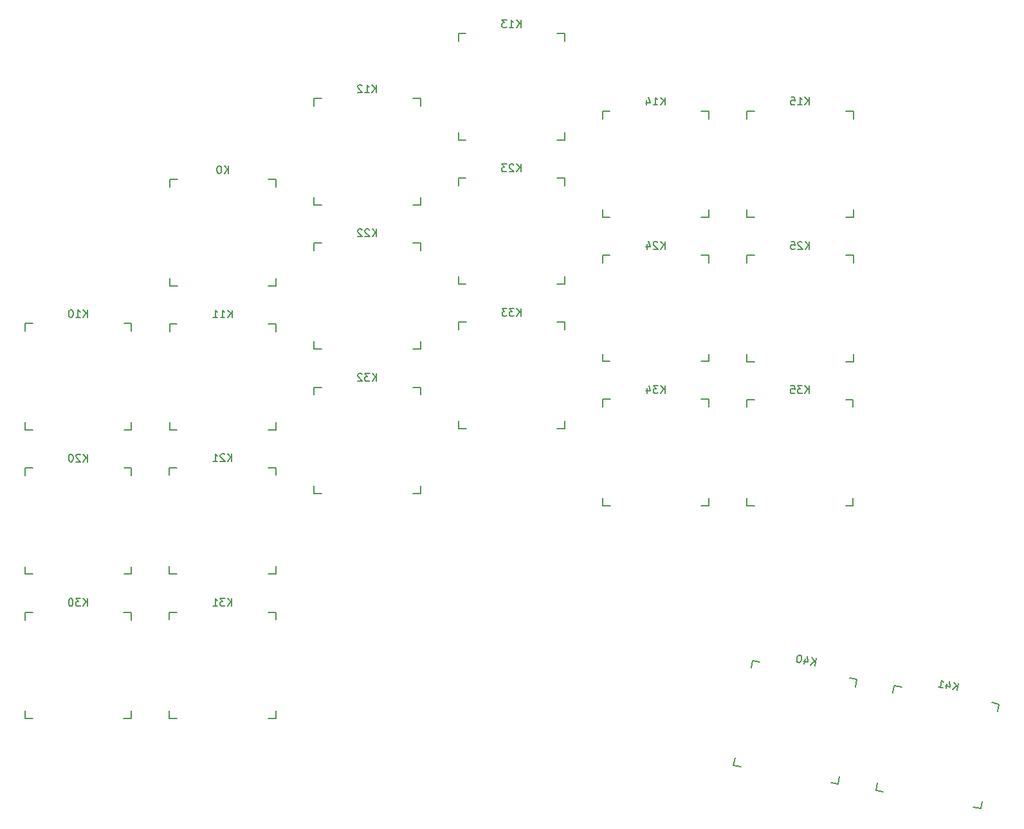
<source format=gbr>
%TF.GenerationSoftware,KiCad,Pcbnew,5.1.10*%
%TF.CreationDate,2021-10-18T20:14:54+02:00*%
%TF.ProjectId,pinkytyl_v2,70696e6b-7974-4796-9c5f-76322e6b6963,rev?*%
%TF.SameCoordinates,Original*%
%TF.FileFunction,Legend,Bot*%
%TF.FilePolarity,Positive*%
%FSLAX46Y46*%
G04 Gerber Fmt 4.6, Leading zero omitted, Abs format (unit mm)*
G04 Created by KiCad (PCBNEW 5.1.10) date 2021-10-18 20:14:54*
%MOMM*%
%LPD*%
G01*
G04 APERTURE LIST*
%ADD10C,0.150000*%
G04 APERTURE END LIST*
D10*
%TO.C,K35*%
X167580000Y-87350000D02*
X167580000Y-86350000D01*
X167580000Y-86350000D02*
X168580000Y-86350000D01*
X168580000Y-100350000D02*
X167580000Y-100350000D01*
X167580000Y-100350000D02*
X167580000Y-99350000D01*
X181580000Y-99350000D02*
X181580000Y-100350000D01*
X181580000Y-100350000D02*
X180580000Y-100350000D01*
X180580000Y-86350000D02*
X181580000Y-86350000D01*
X181580000Y-86350000D02*
X181580000Y-87350000D01*
%TO.C,K33*%
X129620000Y-77170000D02*
X129620000Y-76170000D01*
X129620000Y-76170000D02*
X130620000Y-76170000D01*
X130620000Y-90170000D02*
X129620000Y-90170000D01*
X129620000Y-90170000D02*
X129620000Y-89170000D01*
X143620000Y-89170000D02*
X143620000Y-90170000D01*
X143620000Y-90170000D02*
X142620000Y-90170000D01*
X142620000Y-76170000D02*
X143620000Y-76170000D01*
X143620000Y-76170000D02*
X143620000Y-77170000D01*
%TO.C,K21*%
X91580000Y-96320000D02*
X91580000Y-95320000D01*
X91580000Y-95320000D02*
X92580000Y-95320000D01*
X92580000Y-109320000D02*
X91580000Y-109320000D01*
X91580000Y-109320000D02*
X91580000Y-108320000D01*
X105580000Y-108320000D02*
X105580000Y-109320000D01*
X105580000Y-109320000D02*
X104580000Y-109320000D01*
X104580000Y-95320000D02*
X105580000Y-95320000D01*
X105580000Y-95320000D02*
X105580000Y-96320000D01*
%TO.C,K20*%
X72580000Y-96360000D02*
X72580000Y-95360000D01*
X72580000Y-95360000D02*
X73580000Y-95360000D01*
X73580000Y-109360000D02*
X72580000Y-109360000D01*
X72580000Y-109360000D02*
X72580000Y-108360000D01*
X86580000Y-108360000D02*
X86580000Y-109360000D01*
X86580000Y-109360000D02*
X85580000Y-109360000D01*
X85580000Y-95360000D02*
X86580000Y-95360000D01*
X86580000Y-95360000D02*
X86580000Y-96360000D01*
%TO.C,K30*%
X72560000Y-115380000D02*
X72560000Y-114380000D01*
X72560000Y-114380000D02*
X73560000Y-114380000D01*
X73560000Y-128380000D02*
X72560000Y-128380000D01*
X72560000Y-128380000D02*
X72560000Y-127380000D01*
X86560000Y-127380000D02*
X86560000Y-128380000D01*
X86560000Y-128380000D02*
X85560000Y-128380000D01*
X85560000Y-114380000D02*
X86560000Y-114380000D01*
X86560000Y-114380000D02*
X86560000Y-115380000D01*
%TO.C,K31*%
X91580000Y-115370000D02*
X91580000Y-114370000D01*
X91580000Y-114370000D02*
X92580000Y-114370000D01*
X92580000Y-128370000D02*
X91580000Y-128370000D01*
X91580000Y-128370000D02*
X91580000Y-127370000D01*
X105580000Y-127370000D02*
X105580000Y-128370000D01*
X105580000Y-128370000D02*
X104580000Y-128370000D01*
X104580000Y-114370000D02*
X105580000Y-114370000D01*
X105580000Y-114370000D02*
X105580000Y-115370000D01*
%TO.C,K41*%
X186828235Y-125025616D02*
X187001883Y-124040808D01*
X187001883Y-124040808D02*
X187986691Y-124214457D01*
X185555616Y-138001765D02*
X184570808Y-137828117D01*
X184570808Y-137828117D02*
X184744457Y-136843309D01*
X198531765Y-139274384D02*
X198358117Y-140259192D01*
X198358117Y-140259192D02*
X197373309Y-140085543D01*
X199804384Y-126298235D02*
X200789192Y-126471883D01*
X200789192Y-126471883D02*
X200615543Y-127456691D01*
%TO.C,K40*%
X168133139Y-121725233D02*
X168310224Y-120741038D01*
X168310224Y-120741038D02*
X169294420Y-120918122D01*
X166815233Y-134696861D02*
X165831038Y-134519776D01*
X165831038Y-134519776D02*
X166008122Y-133535580D01*
X179786861Y-136014767D02*
X179609776Y-136998962D01*
X179609776Y-136998962D02*
X178625580Y-136821878D01*
X181104767Y-123043139D02*
X182088962Y-123220224D01*
X182088962Y-123220224D02*
X181911878Y-124204420D01*
%TO.C,K34*%
X148590000Y-87330000D02*
X148590000Y-86330000D01*
X148590000Y-86330000D02*
X149590000Y-86330000D01*
X149590000Y-100330000D02*
X148590000Y-100330000D01*
X148590000Y-100330000D02*
X148590000Y-99330000D01*
X162590000Y-99330000D02*
X162590000Y-100330000D01*
X162590000Y-100330000D02*
X161590000Y-100330000D01*
X161590000Y-86330000D02*
X162590000Y-86330000D01*
X162590000Y-86330000D02*
X162590000Y-87330000D01*
%TO.C,K32*%
X110620000Y-85740000D02*
X110620000Y-84740000D01*
X110620000Y-84740000D02*
X111620000Y-84740000D01*
X111620000Y-98740000D02*
X110620000Y-98740000D01*
X110620000Y-98740000D02*
X110620000Y-97740000D01*
X124620000Y-97740000D02*
X124620000Y-98740000D01*
X124620000Y-98740000D02*
X123620000Y-98740000D01*
X123620000Y-84740000D02*
X124620000Y-84740000D01*
X124620000Y-84740000D02*
X124620000Y-85740000D01*
%TO.C,K25*%
X167600000Y-68360000D02*
X167600000Y-67360000D01*
X167600000Y-67360000D02*
X168600000Y-67360000D01*
X168600000Y-81360000D02*
X167600000Y-81360000D01*
X167600000Y-81360000D02*
X167600000Y-80360000D01*
X181600000Y-80360000D02*
X181600000Y-81360000D01*
X181600000Y-81360000D02*
X180600000Y-81360000D01*
X180600000Y-67360000D02*
X181600000Y-67360000D01*
X181600000Y-67360000D02*
X181600000Y-68360000D01*
%TO.C,K24*%
X148580000Y-68330000D02*
X148580000Y-67330000D01*
X148580000Y-67330000D02*
X149580000Y-67330000D01*
X149580000Y-81330000D02*
X148580000Y-81330000D01*
X148580000Y-81330000D02*
X148580000Y-80330000D01*
X162580000Y-80330000D02*
X162580000Y-81330000D01*
X162580000Y-81330000D02*
X161580000Y-81330000D01*
X161580000Y-67330000D02*
X162580000Y-67330000D01*
X162580000Y-67330000D02*
X162580000Y-68330000D01*
%TO.C,K23*%
X129600000Y-58150000D02*
X129600000Y-57150000D01*
X129600000Y-57150000D02*
X130600000Y-57150000D01*
X130600000Y-71150000D02*
X129600000Y-71150000D01*
X129600000Y-71150000D02*
X129600000Y-70150000D01*
X143600000Y-70150000D02*
X143600000Y-71150000D01*
X143600000Y-71150000D02*
X142600000Y-71150000D01*
X142600000Y-57150000D02*
X143600000Y-57150000D01*
X143600000Y-57150000D02*
X143600000Y-58150000D01*
%TO.C,K22*%
X110620000Y-66700000D02*
X110620000Y-65700000D01*
X110620000Y-65700000D02*
X111620000Y-65700000D01*
X111620000Y-79700000D02*
X110620000Y-79700000D01*
X110620000Y-79700000D02*
X110620000Y-78700000D01*
X124620000Y-78700000D02*
X124620000Y-79700000D01*
X124620000Y-79700000D02*
X123620000Y-79700000D01*
X123620000Y-65700000D02*
X124620000Y-65700000D01*
X124620000Y-65700000D02*
X124620000Y-66700000D01*
%TO.C,K15*%
X167590000Y-49340000D02*
X167590000Y-48340000D01*
X167590000Y-48340000D02*
X168590000Y-48340000D01*
X168590000Y-62340000D02*
X167590000Y-62340000D01*
X167590000Y-62340000D02*
X167590000Y-61340000D01*
X181590000Y-61340000D02*
X181590000Y-62340000D01*
X181590000Y-62340000D02*
X180590000Y-62340000D01*
X180590000Y-48340000D02*
X181590000Y-48340000D01*
X181590000Y-48340000D02*
X181590000Y-49340000D01*
%TO.C,K14*%
X148570000Y-49360000D02*
X148570000Y-48360000D01*
X148570000Y-48360000D02*
X149570000Y-48360000D01*
X149570000Y-62360000D02*
X148570000Y-62360000D01*
X148570000Y-62360000D02*
X148570000Y-61360000D01*
X162570000Y-61360000D02*
X162570000Y-62360000D01*
X162570000Y-62360000D02*
X161570000Y-62360000D01*
X161570000Y-48360000D02*
X162570000Y-48360000D01*
X162570000Y-48360000D02*
X162570000Y-49360000D01*
%TO.C,K13*%
X129600000Y-39140000D02*
X129600000Y-38140000D01*
X129600000Y-38140000D02*
X130600000Y-38140000D01*
X130600000Y-52140000D02*
X129600000Y-52140000D01*
X129600000Y-52140000D02*
X129600000Y-51140000D01*
X143600000Y-51140000D02*
X143600000Y-52140000D01*
X143600000Y-52140000D02*
X142600000Y-52140000D01*
X142600000Y-38140000D02*
X143600000Y-38140000D01*
X143600000Y-38140000D02*
X143600000Y-39140000D01*
%TO.C,K12*%
X110610000Y-47690000D02*
X110610000Y-46690000D01*
X110610000Y-46690000D02*
X111610000Y-46690000D01*
X111610000Y-60690000D02*
X110610000Y-60690000D01*
X110610000Y-60690000D02*
X110610000Y-59690000D01*
X124610000Y-59690000D02*
X124610000Y-60690000D01*
X124610000Y-60690000D02*
X123610000Y-60690000D01*
X123610000Y-46690000D02*
X124610000Y-46690000D01*
X124610000Y-46690000D02*
X124610000Y-47690000D01*
%TO.C,K11*%
X91600000Y-77380000D02*
X91600000Y-76380000D01*
X91600000Y-76380000D02*
X92600000Y-76380000D01*
X92600000Y-90380000D02*
X91600000Y-90380000D01*
X91600000Y-90380000D02*
X91600000Y-89380000D01*
X105600000Y-89380000D02*
X105600000Y-90380000D01*
X105600000Y-90380000D02*
X104600000Y-90380000D01*
X104600000Y-76380000D02*
X105600000Y-76380000D01*
X105600000Y-76380000D02*
X105600000Y-77380000D01*
%TO.C,K10*%
X72580000Y-77340000D02*
X72580000Y-76340000D01*
X72580000Y-76340000D02*
X73580000Y-76340000D01*
X73580000Y-90340000D02*
X72580000Y-90340000D01*
X72580000Y-90340000D02*
X72580000Y-89340000D01*
X86580000Y-89340000D02*
X86580000Y-90340000D01*
X86580000Y-90340000D02*
X85580000Y-90340000D01*
X85580000Y-76340000D02*
X86580000Y-76340000D01*
X86580000Y-76340000D02*
X86580000Y-77340000D01*
%TO.C,K0*%
X91620000Y-58370000D02*
X91620000Y-57370000D01*
X91620000Y-57370000D02*
X92620000Y-57370000D01*
X92620000Y-71370000D02*
X91620000Y-71370000D01*
X91620000Y-71370000D02*
X91620000Y-70370000D01*
X105620000Y-70370000D02*
X105620000Y-71370000D01*
X105620000Y-71370000D02*
X104620000Y-71370000D01*
X104620000Y-57370000D02*
X105620000Y-57370000D01*
X105620000Y-57370000D02*
X105620000Y-58370000D01*
%TO.C,K35*%
X175794285Y-85547380D02*
X175794285Y-84547380D01*
X175222857Y-85547380D02*
X175651428Y-84975952D01*
X175222857Y-84547380D02*
X175794285Y-85118809D01*
X174889523Y-84547380D02*
X174270476Y-84547380D01*
X174603809Y-84928333D01*
X174460952Y-84928333D01*
X174365714Y-84975952D01*
X174318095Y-85023571D01*
X174270476Y-85118809D01*
X174270476Y-85356904D01*
X174318095Y-85452142D01*
X174365714Y-85499761D01*
X174460952Y-85547380D01*
X174746666Y-85547380D01*
X174841904Y-85499761D01*
X174889523Y-85452142D01*
X173365714Y-84547380D02*
X173841904Y-84547380D01*
X173889523Y-85023571D01*
X173841904Y-84975952D01*
X173746666Y-84928333D01*
X173508571Y-84928333D01*
X173413333Y-84975952D01*
X173365714Y-85023571D01*
X173318095Y-85118809D01*
X173318095Y-85356904D01*
X173365714Y-85452142D01*
X173413333Y-85499761D01*
X173508571Y-85547380D01*
X173746666Y-85547380D01*
X173841904Y-85499761D01*
X173889523Y-85452142D01*
%TO.C,K33*%
X137834285Y-75367380D02*
X137834285Y-74367380D01*
X137262857Y-75367380D02*
X137691428Y-74795952D01*
X137262857Y-74367380D02*
X137834285Y-74938809D01*
X136929523Y-74367380D02*
X136310476Y-74367380D01*
X136643809Y-74748333D01*
X136500952Y-74748333D01*
X136405714Y-74795952D01*
X136358095Y-74843571D01*
X136310476Y-74938809D01*
X136310476Y-75176904D01*
X136358095Y-75272142D01*
X136405714Y-75319761D01*
X136500952Y-75367380D01*
X136786666Y-75367380D01*
X136881904Y-75319761D01*
X136929523Y-75272142D01*
X135977142Y-74367380D02*
X135358095Y-74367380D01*
X135691428Y-74748333D01*
X135548571Y-74748333D01*
X135453333Y-74795952D01*
X135405714Y-74843571D01*
X135358095Y-74938809D01*
X135358095Y-75176904D01*
X135405714Y-75272142D01*
X135453333Y-75319761D01*
X135548571Y-75367380D01*
X135834285Y-75367380D01*
X135929523Y-75319761D01*
X135977142Y-75272142D01*
%TO.C,K21*%
X99794285Y-94517380D02*
X99794285Y-93517380D01*
X99222857Y-94517380D02*
X99651428Y-93945952D01*
X99222857Y-93517380D02*
X99794285Y-94088809D01*
X98841904Y-93612619D02*
X98794285Y-93565000D01*
X98699047Y-93517380D01*
X98460952Y-93517380D01*
X98365714Y-93565000D01*
X98318095Y-93612619D01*
X98270476Y-93707857D01*
X98270476Y-93803095D01*
X98318095Y-93945952D01*
X98889523Y-94517380D01*
X98270476Y-94517380D01*
X97318095Y-94517380D02*
X97889523Y-94517380D01*
X97603809Y-94517380D02*
X97603809Y-93517380D01*
X97699047Y-93660238D01*
X97794285Y-93755476D01*
X97889523Y-93803095D01*
%TO.C,K20*%
X80794285Y-94557380D02*
X80794285Y-93557380D01*
X80222857Y-94557380D02*
X80651428Y-93985952D01*
X80222857Y-93557380D02*
X80794285Y-94128809D01*
X79841904Y-93652619D02*
X79794285Y-93605000D01*
X79699047Y-93557380D01*
X79460952Y-93557380D01*
X79365714Y-93605000D01*
X79318095Y-93652619D01*
X79270476Y-93747857D01*
X79270476Y-93843095D01*
X79318095Y-93985952D01*
X79889523Y-94557380D01*
X79270476Y-94557380D01*
X78651428Y-93557380D02*
X78556190Y-93557380D01*
X78460952Y-93605000D01*
X78413333Y-93652619D01*
X78365714Y-93747857D01*
X78318095Y-93938333D01*
X78318095Y-94176428D01*
X78365714Y-94366904D01*
X78413333Y-94462142D01*
X78460952Y-94509761D01*
X78556190Y-94557380D01*
X78651428Y-94557380D01*
X78746666Y-94509761D01*
X78794285Y-94462142D01*
X78841904Y-94366904D01*
X78889523Y-94176428D01*
X78889523Y-93938333D01*
X78841904Y-93747857D01*
X78794285Y-93652619D01*
X78746666Y-93605000D01*
X78651428Y-93557380D01*
%TO.C,K30*%
X80774285Y-113577380D02*
X80774285Y-112577380D01*
X80202857Y-113577380D02*
X80631428Y-113005952D01*
X80202857Y-112577380D02*
X80774285Y-113148809D01*
X79869523Y-112577380D02*
X79250476Y-112577380D01*
X79583809Y-112958333D01*
X79440952Y-112958333D01*
X79345714Y-113005952D01*
X79298095Y-113053571D01*
X79250476Y-113148809D01*
X79250476Y-113386904D01*
X79298095Y-113482142D01*
X79345714Y-113529761D01*
X79440952Y-113577380D01*
X79726666Y-113577380D01*
X79821904Y-113529761D01*
X79869523Y-113482142D01*
X78631428Y-112577380D02*
X78536190Y-112577380D01*
X78440952Y-112625000D01*
X78393333Y-112672619D01*
X78345714Y-112767857D01*
X78298095Y-112958333D01*
X78298095Y-113196428D01*
X78345714Y-113386904D01*
X78393333Y-113482142D01*
X78440952Y-113529761D01*
X78536190Y-113577380D01*
X78631428Y-113577380D01*
X78726666Y-113529761D01*
X78774285Y-113482142D01*
X78821904Y-113386904D01*
X78869523Y-113196428D01*
X78869523Y-112958333D01*
X78821904Y-112767857D01*
X78774285Y-112672619D01*
X78726666Y-112625000D01*
X78631428Y-112577380D01*
%TO.C,K31*%
X99794285Y-113567380D02*
X99794285Y-112567380D01*
X99222857Y-113567380D02*
X99651428Y-112995952D01*
X99222857Y-112567380D02*
X99794285Y-113138809D01*
X98889523Y-112567380D02*
X98270476Y-112567380D01*
X98603809Y-112948333D01*
X98460952Y-112948333D01*
X98365714Y-112995952D01*
X98318095Y-113043571D01*
X98270476Y-113138809D01*
X98270476Y-113376904D01*
X98318095Y-113472142D01*
X98365714Y-113519761D01*
X98460952Y-113567380D01*
X98746666Y-113567380D01*
X98841904Y-113519761D01*
X98889523Y-113472142D01*
X97318095Y-113567380D02*
X97889523Y-113567380D01*
X97603809Y-113567380D02*
X97603809Y-112567380D01*
X97699047Y-112710238D01*
X97794285Y-112805476D01*
X97889523Y-112853095D01*
%TO.C,K41*%
X195230748Y-124676778D02*
X195404397Y-123691971D01*
X194668001Y-124577551D02*
X195189289Y-124089224D01*
X194841649Y-123592743D02*
X195305169Y-124254718D01*
X193939646Y-123772171D02*
X193823880Y-124428709D01*
X194240275Y-123438351D02*
X194350719Y-124183130D01*
X193741076Y-124075633D01*
X192792177Y-124246792D02*
X193354924Y-124346020D01*
X193073550Y-124296406D02*
X193247199Y-123311598D01*
X193316183Y-123468823D01*
X193393436Y-123579152D01*
X193478958Y-123642586D01*
%TO.C,K40*%
X176536819Y-121405727D02*
X176713904Y-120421532D01*
X175974422Y-121304536D02*
X176497411Y-120818032D01*
X176151507Y-120320340D02*
X176612713Y-120983929D01*
X175248882Y-120496619D02*
X175130826Y-121152749D01*
X175550675Y-120163850D02*
X175658518Y-120909010D01*
X175049255Y-120799386D01*
X174604914Y-120042064D02*
X174511181Y-120025199D01*
X174409015Y-120055200D01*
X174353716Y-120093634D01*
X174289984Y-120178935D01*
X174209387Y-120357968D01*
X174167224Y-120592300D01*
X174180360Y-120788199D01*
X174210362Y-120890364D01*
X174248796Y-120945663D01*
X174334096Y-121009395D01*
X174427829Y-121026260D01*
X174529994Y-120996259D01*
X174585293Y-120957825D01*
X174649025Y-120872525D01*
X174729622Y-120693491D01*
X174771785Y-120459159D01*
X174758649Y-120263261D01*
X174728648Y-120161095D01*
X174690214Y-120105796D01*
X174604914Y-120042064D01*
%TO.C,K34*%
X156804285Y-85527380D02*
X156804285Y-84527380D01*
X156232857Y-85527380D02*
X156661428Y-84955952D01*
X156232857Y-84527380D02*
X156804285Y-85098809D01*
X155899523Y-84527380D02*
X155280476Y-84527380D01*
X155613809Y-84908333D01*
X155470952Y-84908333D01*
X155375714Y-84955952D01*
X155328095Y-85003571D01*
X155280476Y-85098809D01*
X155280476Y-85336904D01*
X155328095Y-85432142D01*
X155375714Y-85479761D01*
X155470952Y-85527380D01*
X155756666Y-85527380D01*
X155851904Y-85479761D01*
X155899523Y-85432142D01*
X154423333Y-84860714D02*
X154423333Y-85527380D01*
X154661428Y-84479761D02*
X154899523Y-85194047D01*
X154280476Y-85194047D01*
%TO.C,K32*%
X118834285Y-83937380D02*
X118834285Y-82937380D01*
X118262857Y-83937380D02*
X118691428Y-83365952D01*
X118262857Y-82937380D02*
X118834285Y-83508809D01*
X117929523Y-82937380D02*
X117310476Y-82937380D01*
X117643809Y-83318333D01*
X117500952Y-83318333D01*
X117405714Y-83365952D01*
X117358095Y-83413571D01*
X117310476Y-83508809D01*
X117310476Y-83746904D01*
X117358095Y-83842142D01*
X117405714Y-83889761D01*
X117500952Y-83937380D01*
X117786666Y-83937380D01*
X117881904Y-83889761D01*
X117929523Y-83842142D01*
X116929523Y-83032619D02*
X116881904Y-82985000D01*
X116786666Y-82937380D01*
X116548571Y-82937380D01*
X116453333Y-82985000D01*
X116405714Y-83032619D01*
X116358095Y-83127857D01*
X116358095Y-83223095D01*
X116405714Y-83365952D01*
X116977142Y-83937380D01*
X116358095Y-83937380D01*
%TO.C,K25*%
X175814285Y-66557380D02*
X175814285Y-65557380D01*
X175242857Y-66557380D02*
X175671428Y-65985952D01*
X175242857Y-65557380D02*
X175814285Y-66128809D01*
X174861904Y-65652619D02*
X174814285Y-65605000D01*
X174719047Y-65557380D01*
X174480952Y-65557380D01*
X174385714Y-65605000D01*
X174338095Y-65652619D01*
X174290476Y-65747857D01*
X174290476Y-65843095D01*
X174338095Y-65985952D01*
X174909523Y-66557380D01*
X174290476Y-66557380D01*
X173385714Y-65557380D02*
X173861904Y-65557380D01*
X173909523Y-66033571D01*
X173861904Y-65985952D01*
X173766666Y-65938333D01*
X173528571Y-65938333D01*
X173433333Y-65985952D01*
X173385714Y-66033571D01*
X173338095Y-66128809D01*
X173338095Y-66366904D01*
X173385714Y-66462142D01*
X173433333Y-66509761D01*
X173528571Y-66557380D01*
X173766666Y-66557380D01*
X173861904Y-66509761D01*
X173909523Y-66462142D01*
%TO.C,K24*%
X156794285Y-66527380D02*
X156794285Y-65527380D01*
X156222857Y-66527380D02*
X156651428Y-65955952D01*
X156222857Y-65527380D02*
X156794285Y-66098809D01*
X155841904Y-65622619D02*
X155794285Y-65575000D01*
X155699047Y-65527380D01*
X155460952Y-65527380D01*
X155365714Y-65575000D01*
X155318095Y-65622619D01*
X155270476Y-65717857D01*
X155270476Y-65813095D01*
X155318095Y-65955952D01*
X155889523Y-66527380D01*
X155270476Y-66527380D01*
X154413333Y-65860714D02*
X154413333Y-66527380D01*
X154651428Y-65479761D02*
X154889523Y-66194047D01*
X154270476Y-66194047D01*
%TO.C,K23*%
X137814285Y-56347380D02*
X137814285Y-55347380D01*
X137242857Y-56347380D02*
X137671428Y-55775952D01*
X137242857Y-55347380D02*
X137814285Y-55918809D01*
X136861904Y-55442619D02*
X136814285Y-55395000D01*
X136719047Y-55347380D01*
X136480952Y-55347380D01*
X136385714Y-55395000D01*
X136338095Y-55442619D01*
X136290476Y-55537857D01*
X136290476Y-55633095D01*
X136338095Y-55775952D01*
X136909523Y-56347380D01*
X136290476Y-56347380D01*
X135957142Y-55347380D02*
X135338095Y-55347380D01*
X135671428Y-55728333D01*
X135528571Y-55728333D01*
X135433333Y-55775952D01*
X135385714Y-55823571D01*
X135338095Y-55918809D01*
X135338095Y-56156904D01*
X135385714Y-56252142D01*
X135433333Y-56299761D01*
X135528571Y-56347380D01*
X135814285Y-56347380D01*
X135909523Y-56299761D01*
X135957142Y-56252142D01*
%TO.C,K22*%
X118834285Y-64897380D02*
X118834285Y-63897380D01*
X118262857Y-64897380D02*
X118691428Y-64325952D01*
X118262857Y-63897380D02*
X118834285Y-64468809D01*
X117881904Y-63992619D02*
X117834285Y-63945000D01*
X117739047Y-63897380D01*
X117500952Y-63897380D01*
X117405714Y-63945000D01*
X117358095Y-63992619D01*
X117310476Y-64087857D01*
X117310476Y-64183095D01*
X117358095Y-64325952D01*
X117929523Y-64897380D01*
X117310476Y-64897380D01*
X116929523Y-63992619D02*
X116881904Y-63945000D01*
X116786666Y-63897380D01*
X116548571Y-63897380D01*
X116453333Y-63945000D01*
X116405714Y-63992619D01*
X116358095Y-64087857D01*
X116358095Y-64183095D01*
X116405714Y-64325952D01*
X116977142Y-64897380D01*
X116358095Y-64897380D01*
%TO.C,K15*%
X175804285Y-47537380D02*
X175804285Y-46537380D01*
X175232857Y-47537380D02*
X175661428Y-46965952D01*
X175232857Y-46537380D02*
X175804285Y-47108809D01*
X174280476Y-47537380D02*
X174851904Y-47537380D01*
X174566190Y-47537380D02*
X174566190Y-46537380D01*
X174661428Y-46680238D01*
X174756666Y-46775476D01*
X174851904Y-46823095D01*
X173375714Y-46537380D02*
X173851904Y-46537380D01*
X173899523Y-47013571D01*
X173851904Y-46965952D01*
X173756666Y-46918333D01*
X173518571Y-46918333D01*
X173423333Y-46965952D01*
X173375714Y-47013571D01*
X173328095Y-47108809D01*
X173328095Y-47346904D01*
X173375714Y-47442142D01*
X173423333Y-47489761D01*
X173518571Y-47537380D01*
X173756666Y-47537380D01*
X173851904Y-47489761D01*
X173899523Y-47442142D01*
%TO.C,K14*%
X156784285Y-47557380D02*
X156784285Y-46557380D01*
X156212857Y-47557380D02*
X156641428Y-46985952D01*
X156212857Y-46557380D02*
X156784285Y-47128809D01*
X155260476Y-47557380D02*
X155831904Y-47557380D01*
X155546190Y-47557380D02*
X155546190Y-46557380D01*
X155641428Y-46700238D01*
X155736666Y-46795476D01*
X155831904Y-46843095D01*
X154403333Y-46890714D02*
X154403333Y-47557380D01*
X154641428Y-46509761D02*
X154879523Y-47224047D01*
X154260476Y-47224047D01*
%TO.C,K13*%
X137814285Y-37337380D02*
X137814285Y-36337380D01*
X137242857Y-37337380D02*
X137671428Y-36765952D01*
X137242857Y-36337380D02*
X137814285Y-36908809D01*
X136290476Y-37337380D02*
X136861904Y-37337380D01*
X136576190Y-37337380D02*
X136576190Y-36337380D01*
X136671428Y-36480238D01*
X136766666Y-36575476D01*
X136861904Y-36623095D01*
X135957142Y-36337380D02*
X135338095Y-36337380D01*
X135671428Y-36718333D01*
X135528571Y-36718333D01*
X135433333Y-36765952D01*
X135385714Y-36813571D01*
X135338095Y-36908809D01*
X135338095Y-37146904D01*
X135385714Y-37242142D01*
X135433333Y-37289761D01*
X135528571Y-37337380D01*
X135814285Y-37337380D01*
X135909523Y-37289761D01*
X135957142Y-37242142D01*
%TO.C,K12*%
X118824285Y-45887380D02*
X118824285Y-44887380D01*
X118252857Y-45887380D02*
X118681428Y-45315952D01*
X118252857Y-44887380D02*
X118824285Y-45458809D01*
X117300476Y-45887380D02*
X117871904Y-45887380D01*
X117586190Y-45887380D02*
X117586190Y-44887380D01*
X117681428Y-45030238D01*
X117776666Y-45125476D01*
X117871904Y-45173095D01*
X116919523Y-44982619D02*
X116871904Y-44935000D01*
X116776666Y-44887380D01*
X116538571Y-44887380D01*
X116443333Y-44935000D01*
X116395714Y-44982619D01*
X116348095Y-45077857D01*
X116348095Y-45173095D01*
X116395714Y-45315952D01*
X116967142Y-45887380D01*
X116348095Y-45887380D01*
%TO.C,K11*%
X99814285Y-75577380D02*
X99814285Y-74577380D01*
X99242857Y-75577380D02*
X99671428Y-75005952D01*
X99242857Y-74577380D02*
X99814285Y-75148809D01*
X98290476Y-75577380D02*
X98861904Y-75577380D01*
X98576190Y-75577380D02*
X98576190Y-74577380D01*
X98671428Y-74720238D01*
X98766666Y-74815476D01*
X98861904Y-74863095D01*
X97338095Y-75577380D02*
X97909523Y-75577380D01*
X97623809Y-75577380D02*
X97623809Y-74577380D01*
X97719047Y-74720238D01*
X97814285Y-74815476D01*
X97909523Y-74863095D01*
%TO.C,K10*%
X80794285Y-75537380D02*
X80794285Y-74537380D01*
X80222857Y-75537380D02*
X80651428Y-74965952D01*
X80222857Y-74537380D02*
X80794285Y-75108809D01*
X79270476Y-75537380D02*
X79841904Y-75537380D01*
X79556190Y-75537380D02*
X79556190Y-74537380D01*
X79651428Y-74680238D01*
X79746666Y-74775476D01*
X79841904Y-74823095D01*
X78651428Y-74537380D02*
X78556190Y-74537380D01*
X78460952Y-74585000D01*
X78413333Y-74632619D01*
X78365714Y-74727857D01*
X78318095Y-74918333D01*
X78318095Y-75156428D01*
X78365714Y-75346904D01*
X78413333Y-75442142D01*
X78460952Y-75489761D01*
X78556190Y-75537380D01*
X78651428Y-75537380D01*
X78746666Y-75489761D01*
X78794285Y-75442142D01*
X78841904Y-75346904D01*
X78889523Y-75156428D01*
X78889523Y-74918333D01*
X78841904Y-74727857D01*
X78794285Y-74632619D01*
X78746666Y-74585000D01*
X78651428Y-74537380D01*
%TO.C,K0*%
X99358095Y-56567380D02*
X99358095Y-55567380D01*
X98786666Y-56567380D02*
X99215238Y-55995952D01*
X98786666Y-55567380D02*
X99358095Y-56138809D01*
X98167619Y-55567380D02*
X98072380Y-55567380D01*
X97977142Y-55615000D01*
X97929523Y-55662619D01*
X97881904Y-55757857D01*
X97834285Y-55948333D01*
X97834285Y-56186428D01*
X97881904Y-56376904D01*
X97929523Y-56472142D01*
X97977142Y-56519761D01*
X98072380Y-56567380D01*
X98167619Y-56567380D01*
X98262857Y-56519761D01*
X98310476Y-56472142D01*
X98358095Y-56376904D01*
X98405714Y-56186428D01*
X98405714Y-55948333D01*
X98358095Y-55757857D01*
X98310476Y-55662619D01*
X98262857Y-55615000D01*
X98167619Y-55567380D01*
%TD*%
M02*

</source>
